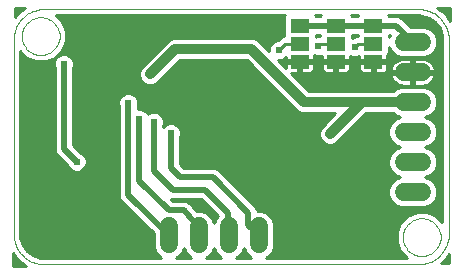
<source format=gbl>
G75*
%MOIN*%
%OFA0B0*%
%FSLAX24Y24*%
%IPPOS*%
%LPD*%
%AMOC8*
5,1,8,0,0,1.08239X$1,22.5*
%
%ADD10C,0.0000*%
%ADD11C,0.0600*%
%ADD12R,0.0630X0.0460*%
%ADD13C,0.0100*%
%ADD14C,0.0240*%
%ADD15C,0.0200*%
%ADD16C,0.0320*%
%ADD17C,0.0320*%
%ADD18C,0.0280*%
%ADD19C,0.0090*%
D10*
X004837Y005930D02*
X017337Y005930D01*
X016807Y006830D02*
X016809Y006880D01*
X016815Y006930D01*
X016825Y006979D01*
X016839Y007027D01*
X016856Y007074D01*
X016877Y007119D01*
X016902Y007163D01*
X016930Y007204D01*
X016962Y007243D01*
X016996Y007280D01*
X017033Y007314D01*
X017073Y007344D01*
X017115Y007371D01*
X017159Y007395D01*
X017205Y007416D01*
X017252Y007432D01*
X017300Y007445D01*
X017350Y007454D01*
X017399Y007459D01*
X017450Y007460D01*
X017500Y007457D01*
X017549Y007450D01*
X017598Y007439D01*
X017646Y007424D01*
X017692Y007406D01*
X017737Y007384D01*
X017780Y007358D01*
X017821Y007329D01*
X017860Y007297D01*
X017896Y007262D01*
X017928Y007224D01*
X017958Y007184D01*
X017985Y007141D01*
X018008Y007097D01*
X018027Y007051D01*
X018043Y007003D01*
X018055Y006954D01*
X018063Y006905D01*
X018067Y006855D01*
X018067Y006805D01*
X018063Y006755D01*
X018055Y006706D01*
X018043Y006657D01*
X018027Y006609D01*
X018008Y006563D01*
X017985Y006519D01*
X017958Y006476D01*
X017928Y006436D01*
X017896Y006398D01*
X017860Y006363D01*
X017821Y006331D01*
X017780Y006302D01*
X017737Y006276D01*
X017692Y006254D01*
X017646Y006236D01*
X017598Y006221D01*
X017549Y006210D01*
X017500Y006203D01*
X017450Y006200D01*
X017399Y006201D01*
X017350Y006206D01*
X017300Y006215D01*
X017252Y006228D01*
X017205Y006244D01*
X017159Y006265D01*
X017115Y006289D01*
X017073Y006316D01*
X017033Y006346D01*
X016996Y006380D01*
X016962Y006417D01*
X016930Y006456D01*
X016902Y006497D01*
X016877Y006541D01*
X016856Y006586D01*
X016839Y006633D01*
X016825Y006681D01*
X016815Y006730D01*
X016809Y006780D01*
X016807Y006830D01*
X017337Y005930D02*
X017397Y005932D01*
X017458Y005937D01*
X017517Y005946D01*
X017576Y005959D01*
X017635Y005975D01*
X017692Y005995D01*
X017747Y006018D01*
X017802Y006045D01*
X017854Y006074D01*
X017905Y006107D01*
X017954Y006143D01*
X018000Y006181D01*
X018044Y006223D01*
X018086Y006267D01*
X018124Y006313D01*
X018160Y006362D01*
X018193Y006413D01*
X018222Y006465D01*
X018249Y006520D01*
X018272Y006575D01*
X018292Y006632D01*
X018308Y006691D01*
X018321Y006750D01*
X018330Y006809D01*
X018335Y006870D01*
X018337Y006930D01*
X018337Y013430D01*
X018335Y013490D01*
X018330Y013551D01*
X018321Y013610D01*
X018308Y013669D01*
X018292Y013728D01*
X018272Y013785D01*
X018249Y013840D01*
X018222Y013895D01*
X018193Y013947D01*
X018160Y013998D01*
X018124Y014047D01*
X018086Y014093D01*
X018044Y014137D01*
X018000Y014179D01*
X017954Y014217D01*
X017905Y014253D01*
X017854Y014286D01*
X017802Y014315D01*
X017747Y014342D01*
X017692Y014365D01*
X017635Y014385D01*
X017576Y014401D01*
X017517Y014414D01*
X017458Y014423D01*
X017397Y014428D01*
X017337Y014430D01*
X004837Y014430D01*
X004107Y013530D02*
X004109Y013580D01*
X004115Y013630D01*
X004125Y013679D01*
X004139Y013727D01*
X004156Y013774D01*
X004177Y013819D01*
X004202Y013863D01*
X004230Y013904D01*
X004262Y013943D01*
X004296Y013980D01*
X004333Y014014D01*
X004373Y014044D01*
X004415Y014071D01*
X004459Y014095D01*
X004505Y014116D01*
X004552Y014132D01*
X004600Y014145D01*
X004650Y014154D01*
X004699Y014159D01*
X004750Y014160D01*
X004800Y014157D01*
X004849Y014150D01*
X004898Y014139D01*
X004946Y014124D01*
X004992Y014106D01*
X005037Y014084D01*
X005080Y014058D01*
X005121Y014029D01*
X005160Y013997D01*
X005196Y013962D01*
X005228Y013924D01*
X005258Y013884D01*
X005285Y013841D01*
X005308Y013797D01*
X005327Y013751D01*
X005343Y013703D01*
X005355Y013654D01*
X005363Y013605D01*
X005367Y013555D01*
X005367Y013505D01*
X005363Y013455D01*
X005355Y013406D01*
X005343Y013357D01*
X005327Y013309D01*
X005308Y013263D01*
X005285Y013219D01*
X005258Y013176D01*
X005228Y013136D01*
X005196Y013098D01*
X005160Y013063D01*
X005121Y013031D01*
X005080Y013002D01*
X005037Y012976D01*
X004992Y012954D01*
X004946Y012936D01*
X004898Y012921D01*
X004849Y012910D01*
X004800Y012903D01*
X004750Y012900D01*
X004699Y012901D01*
X004650Y012906D01*
X004600Y012915D01*
X004552Y012928D01*
X004505Y012944D01*
X004459Y012965D01*
X004415Y012989D01*
X004373Y013016D01*
X004333Y013046D01*
X004296Y013080D01*
X004262Y013117D01*
X004230Y013156D01*
X004202Y013197D01*
X004177Y013241D01*
X004156Y013286D01*
X004139Y013333D01*
X004125Y013381D01*
X004115Y013430D01*
X004109Y013480D01*
X004107Y013530D01*
X003837Y013430D02*
X003837Y006930D01*
X003839Y006870D01*
X003844Y006809D01*
X003853Y006750D01*
X003866Y006691D01*
X003882Y006632D01*
X003902Y006575D01*
X003925Y006520D01*
X003952Y006465D01*
X003981Y006413D01*
X004014Y006362D01*
X004050Y006313D01*
X004088Y006267D01*
X004130Y006223D01*
X004174Y006181D01*
X004220Y006143D01*
X004269Y006107D01*
X004320Y006074D01*
X004372Y006045D01*
X004427Y006018D01*
X004482Y005995D01*
X004539Y005975D01*
X004598Y005959D01*
X004657Y005946D01*
X004716Y005937D01*
X004777Y005932D01*
X004837Y005930D01*
X003837Y013430D02*
X003839Y013490D01*
X003844Y013551D01*
X003853Y013610D01*
X003866Y013669D01*
X003882Y013728D01*
X003902Y013785D01*
X003925Y013840D01*
X003952Y013895D01*
X003981Y013947D01*
X004014Y013998D01*
X004050Y014047D01*
X004088Y014093D01*
X004130Y014137D01*
X004174Y014179D01*
X004220Y014217D01*
X004269Y014253D01*
X004320Y014286D01*
X004372Y014315D01*
X004427Y014342D01*
X004482Y014365D01*
X004539Y014385D01*
X004598Y014401D01*
X004657Y014414D01*
X004716Y014423D01*
X004777Y014428D01*
X004837Y014430D01*
D11*
X009007Y007190D02*
X009007Y006590D01*
X010007Y006590D02*
X010007Y007190D01*
X011007Y007190D02*
X011007Y006590D01*
X012007Y006590D02*
X012007Y007190D01*
X016837Y008330D02*
X017437Y008330D01*
X017437Y009330D02*
X016837Y009330D01*
X016837Y010330D02*
X017437Y010330D01*
X017437Y011330D02*
X016837Y011330D01*
X016837Y012330D02*
X017437Y012330D01*
X017437Y013330D02*
X016837Y013330D01*
D12*
X015827Y013280D03*
X015827Y013880D03*
X014577Y013880D03*
X014577Y013280D03*
X014577Y012680D03*
X013377Y012680D03*
X013377Y013280D03*
X013377Y013880D03*
X015827Y012680D03*
D13*
X004233Y005873D02*
X003797Y005870D01*
X003801Y006297D01*
X003970Y006064D01*
X003970Y006064D01*
X004233Y005873D01*
X004189Y005905D02*
X003797Y005905D01*
X003798Y006003D02*
X004053Y006003D01*
X003970Y006064D02*
X003970Y006064D01*
X003943Y006102D02*
X003799Y006102D01*
X003800Y006200D02*
X003871Y006200D01*
X004187Y006496D02*
X008497Y006496D01*
X008497Y006489D02*
X008574Y006301D01*
X008718Y006158D01*
X008760Y006140D01*
X004837Y006140D01*
X004713Y006150D01*
X004478Y006226D01*
X004278Y006371D01*
X004133Y006571D01*
X004056Y006806D01*
X004047Y006930D01*
X004047Y013032D01*
X004261Y012818D01*
X004570Y012690D01*
X004904Y012690D01*
X005212Y012818D01*
X005449Y013054D01*
X005577Y013363D01*
X005577Y013697D01*
X005449Y014006D01*
X005234Y014220D01*
X012875Y014220D01*
X012852Y014197D01*
X012852Y013535D01*
X012836Y013535D01*
X012742Y013496D01*
X012636Y013390D01*
X012601Y013390D01*
X012480Y013340D01*
X012387Y013247D01*
X012337Y013126D01*
X012337Y013033D01*
X012070Y013300D01*
X011966Y013404D01*
X011830Y013460D01*
X009143Y013460D01*
X009007Y013404D01*
X008073Y012470D01*
X008017Y012334D01*
X008017Y012186D01*
X008073Y012050D01*
X008177Y011946D01*
X008313Y011890D01*
X008460Y011890D01*
X008596Y011946D01*
X009370Y012720D01*
X011603Y012720D01*
X013307Y011016D01*
X013443Y010960D01*
X014543Y010960D01*
X014167Y010584D01*
X014063Y010480D01*
X014007Y010344D01*
X014007Y010196D01*
X014063Y010060D01*
X014167Y009956D01*
X014303Y009900D01*
X014450Y009900D01*
X014586Y009956D01*
X014690Y010060D01*
X015590Y010960D01*
X016485Y010960D01*
X016548Y010898D01*
X016711Y010830D01*
X015460Y010830D01*
X015558Y010929D02*
X016517Y010929D01*
X016548Y010762D02*
X016404Y010619D01*
X016327Y010431D01*
X016327Y010229D01*
X016404Y010041D01*
X016548Y009898D01*
X016711Y009830D01*
X016548Y009762D01*
X016404Y009619D01*
X016327Y009431D01*
X016327Y009229D01*
X016404Y009041D01*
X016548Y008898D01*
X016711Y008830D01*
X016548Y008762D01*
X016404Y008619D01*
X016327Y008431D01*
X016327Y008229D01*
X016404Y008041D01*
X016548Y007898D01*
X016735Y007820D01*
X017538Y007820D01*
X017726Y007898D01*
X017869Y008041D01*
X017947Y008229D01*
X017947Y008431D01*
X017869Y008619D01*
X017726Y008762D01*
X017562Y008830D01*
X017726Y008898D01*
X017869Y009041D01*
X017947Y009229D01*
X017947Y009431D01*
X017869Y009619D01*
X017726Y009762D01*
X017562Y009830D01*
X017726Y009898D01*
X017869Y010041D01*
X017947Y010229D01*
X017947Y010431D01*
X017869Y010619D01*
X017726Y010762D01*
X017562Y010830D01*
X018127Y010830D01*
X018127Y010929D02*
X017756Y010929D01*
X017726Y010898D02*
X017869Y011041D01*
X017947Y011229D01*
X017947Y011431D01*
X017869Y011619D01*
X017726Y011762D01*
X017538Y011840D01*
X016735Y011840D01*
X016548Y011762D01*
X016485Y011700D01*
X013670Y011700D01*
X013070Y012300D01*
X013327Y012300D01*
X013327Y012630D01*
X013427Y012630D01*
X013427Y012730D01*
X013842Y012730D01*
X013842Y012893D01*
X013921Y012860D01*
X014052Y012860D01*
X014112Y012885D01*
X014112Y012730D01*
X014527Y012730D01*
X014527Y012630D01*
X014627Y012630D01*
X014627Y012730D01*
X015042Y012730D01*
X015042Y012867D01*
X015131Y012830D01*
X015262Y012830D01*
X015362Y012871D01*
X015362Y012730D01*
X015777Y012730D01*
X015777Y012630D01*
X015877Y012630D01*
X015877Y012730D01*
X016292Y012730D01*
X016292Y012903D01*
X016352Y012963D01*
X016352Y013168D01*
X016404Y013041D01*
X016548Y012898D01*
X016735Y012820D01*
X017538Y012820D01*
X017726Y012898D01*
X017869Y013041D01*
X017947Y013229D01*
X017947Y013431D01*
X017869Y013619D01*
X017726Y013762D01*
X017538Y013840D01*
X017065Y013840D01*
X016849Y014056D01*
X016762Y014143D01*
X016648Y014190D01*
X016352Y014190D01*
X016352Y014197D01*
X016329Y014220D01*
X017337Y014220D01*
X017460Y014210D01*
X017695Y014134D01*
X017895Y013989D01*
X018041Y013789D01*
X018117Y013554D01*
X018127Y013430D01*
X018127Y007328D01*
X017912Y007542D01*
X017604Y007670D01*
X017270Y007670D01*
X016961Y007542D01*
X016725Y007306D01*
X016597Y006997D01*
X016597Y006663D01*
X016725Y006354D01*
X016939Y006140D01*
X012253Y006140D01*
X012296Y006158D01*
X012439Y006301D01*
X012517Y006489D01*
X012517Y007291D01*
X012439Y007479D01*
X012296Y007622D01*
X012108Y007700D01*
X011967Y007700D01*
X011967Y007702D01*
X011919Y007816D01*
X011832Y007903D01*
X010642Y009093D01*
X010528Y009140D01*
X009505Y009140D01*
X009377Y009268D01*
X009377Y010186D01*
X009397Y010234D01*
X009397Y010366D01*
X009346Y010487D01*
X009254Y010580D01*
X009132Y010630D01*
X009001Y010630D01*
X008880Y010580D01*
X008817Y010517D01*
X008817Y010566D01*
X008837Y010614D01*
X008837Y010746D01*
X008786Y010867D01*
X008694Y010960D01*
X008572Y011010D01*
X008441Y011010D01*
X008320Y010960D01*
X008309Y010950D01*
X008306Y010957D01*
X008214Y011050D01*
X008092Y011100D01*
X007967Y011100D01*
X007967Y011186D01*
X007987Y011234D01*
X007987Y011366D01*
X007936Y011487D01*
X007844Y011580D01*
X007722Y011630D01*
X007591Y011630D01*
X007470Y011580D01*
X007377Y011487D01*
X007327Y011366D01*
X007327Y011234D01*
X007347Y011186D01*
X007347Y008178D01*
X007394Y008064D01*
X008497Y006962D01*
X008497Y006489D01*
X008534Y006397D02*
X004259Y006397D01*
X004378Y006299D02*
X008576Y006299D01*
X008675Y006200D02*
X004557Y006200D01*
X004125Y006594D02*
X008497Y006594D01*
X008497Y006693D02*
X004093Y006693D01*
X004061Y006791D02*
X008497Y006791D01*
X008497Y006890D02*
X004050Y006890D01*
X004047Y006988D02*
X008470Y006988D01*
X008371Y007087D02*
X004047Y007087D01*
X004047Y007185D02*
X008273Y007185D01*
X008174Y007284D02*
X004047Y007284D01*
X004047Y007382D02*
X008076Y007382D01*
X007977Y007481D02*
X004047Y007481D01*
X004047Y007579D02*
X007879Y007579D01*
X007780Y007678D02*
X004047Y007678D01*
X004047Y007776D02*
X007682Y007776D01*
X007583Y007875D02*
X004047Y007875D01*
X004047Y007973D02*
X007485Y007973D01*
X007391Y008072D02*
X004047Y008072D01*
X004047Y008170D02*
X007350Y008170D01*
X007347Y008269D02*
X004047Y008269D01*
X004047Y008367D02*
X007347Y008367D01*
X007347Y008466D02*
X004047Y008466D01*
X004047Y008564D02*
X007347Y008564D01*
X007347Y008663D02*
X004047Y008663D01*
X004047Y008761D02*
X007347Y008761D01*
X007347Y008860D02*
X004047Y008860D01*
X004047Y008958D02*
X007347Y008958D01*
X007347Y009057D02*
X006116Y009057D01*
X006124Y009060D02*
X006216Y009153D01*
X006267Y009274D01*
X006267Y009406D01*
X006216Y009527D01*
X006124Y009620D01*
X006075Y009640D01*
X005817Y009898D01*
X005817Y012486D01*
X005837Y012534D01*
X005837Y012666D01*
X005786Y012787D01*
X005694Y012880D01*
X005572Y012930D01*
X005441Y012930D01*
X005320Y012880D01*
X005227Y012787D01*
X005177Y012666D01*
X005177Y012534D01*
X005197Y012486D01*
X005197Y009708D01*
X005244Y009594D01*
X005331Y009507D01*
X005637Y009201D01*
X005657Y009153D01*
X005750Y009060D01*
X005871Y009010D01*
X006002Y009010D01*
X006124Y009060D01*
X006217Y009155D02*
X007347Y009155D01*
X007347Y009254D02*
X006258Y009254D01*
X006267Y009352D02*
X007347Y009352D01*
X007347Y009451D02*
X006248Y009451D01*
X006194Y009549D02*
X007347Y009549D01*
X007347Y009648D02*
X006067Y009648D01*
X005969Y009746D02*
X007347Y009746D01*
X007347Y009845D02*
X005870Y009845D01*
X005817Y009943D02*
X007347Y009943D01*
X007347Y010042D02*
X005817Y010042D01*
X005817Y010140D02*
X007347Y010140D01*
X007347Y010239D02*
X005817Y010239D01*
X005817Y010337D02*
X007347Y010337D01*
X007347Y010436D02*
X005817Y010436D01*
X005817Y010534D02*
X007347Y010534D01*
X007347Y010633D02*
X005817Y010633D01*
X005817Y010731D02*
X007347Y010731D01*
X007347Y010830D02*
X005817Y010830D01*
X005817Y010929D02*
X007347Y010929D01*
X007347Y011027D02*
X005817Y011027D01*
X005817Y011126D02*
X007347Y011126D01*
X007331Y011224D02*
X005817Y011224D01*
X005817Y011323D02*
X007327Y011323D01*
X007350Y011421D02*
X005817Y011421D01*
X005817Y011520D02*
X007409Y011520D01*
X007562Y011618D02*
X005817Y011618D01*
X005817Y011717D02*
X012607Y011717D01*
X012508Y011815D02*
X005817Y011815D01*
X005817Y011914D02*
X008256Y011914D01*
X008111Y012012D02*
X005817Y012012D01*
X005817Y012111D02*
X008048Y012111D01*
X008017Y012209D02*
X005817Y012209D01*
X005817Y012308D02*
X008017Y012308D01*
X008047Y012406D02*
X005817Y012406D01*
X005824Y012505D02*
X008108Y012505D01*
X008206Y012603D02*
X005837Y012603D01*
X005822Y012702D02*
X008305Y012702D01*
X008403Y012800D02*
X005773Y012800D01*
X005648Y012899D02*
X008502Y012899D01*
X008600Y012997D02*
X005391Y012997D01*
X005365Y012899D02*
X005293Y012899D01*
X005240Y012800D02*
X005169Y012800D01*
X005191Y012702D02*
X004931Y012702D01*
X005177Y012603D02*
X004047Y012603D01*
X004047Y012505D02*
X005189Y012505D01*
X005197Y012406D02*
X004047Y012406D01*
X004047Y012308D02*
X005197Y012308D01*
X005197Y012209D02*
X004047Y012209D01*
X004047Y012111D02*
X005197Y012111D01*
X005197Y012012D02*
X004047Y012012D01*
X004047Y011914D02*
X005197Y011914D01*
X005197Y011815D02*
X004047Y011815D01*
X004047Y011717D02*
X005197Y011717D01*
X005197Y011618D02*
X004047Y011618D01*
X004047Y011520D02*
X005197Y011520D01*
X005197Y011421D02*
X004047Y011421D01*
X004047Y011323D02*
X005197Y011323D01*
X005197Y011224D02*
X004047Y011224D01*
X004047Y011126D02*
X005197Y011126D01*
X005197Y011027D02*
X004047Y011027D01*
X004047Y010929D02*
X005197Y010929D01*
X005197Y010830D02*
X004047Y010830D01*
X004047Y010731D02*
X005197Y010731D01*
X005197Y010633D02*
X004047Y010633D01*
X004047Y010534D02*
X005197Y010534D01*
X005197Y010436D02*
X004047Y010436D01*
X004047Y010337D02*
X005197Y010337D01*
X005197Y010239D02*
X004047Y010239D01*
X004047Y010140D02*
X005197Y010140D01*
X005197Y010042D02*
X004047Y010042D01*
X004047Y009943D02*
X005197Y009943D01*
X005197Y009845D02*
X004047Y009845D01*
X004047Y009746D02*
X005197Y009746D01*
X005222Y009648D02*
X004047Y009648D01*
X004047Y009549D02*
X005289Y009549D01*
X005331Y009507D02*
X005331Y009507D01*
X005387Y009451D02*
X004047Y009451D01*
X004047Y009352D02*
X005486Y009352D01*
X005584Y009254D02*
X004047Y009254D01*
X004047Y009155D02*
X005656Y009155D01*
X005758Y009057D02*
X004047Y009057D01*
X007751Y011618D02*
X012705Y011618D01*
X012804Y011520D02*
X007904Y011520D01*
X007964Y011421D02*
X012902Y011421D01*
X013001Y011323D02*
X007987Y011323D01*
X007982Y011224D02*
X013099Y011224D01*
X013198Y011126D02*
X007967Y011126D01*
X008236Y011027D02*
X013296Y011027D01*
X013653Y011717D02*
X016502Y011717D01*
X016675Y011815D02*
X013555Y011815D01*
X013456Y011914D02*
X016663Y011914D01*
X016664Y011913D02*
X016731Y011891D01*
X016801Y011880D01*
X017087Y011880D01*
X017087Y012280D01*
X017187Y012280D01*
X017187Y012380D01*
X017884Y012380D01*
X017876Y012435D01*
X017854Y012503D01*
X017822Y012566D01*
X017780Y012623D01*
X017730Y012673D01*
X017672Y012715D01*
X017609Y012747D01*
X017542Y012769D01*
X017472Y012780D01*
X017187Y012780D01*
X017187Y012380D01*
X017087Y012380D01*
X017087Y012780D01*
X016801Y012780D01*
X016731Y012769D01*
X016664Y012747D01*
X016601Y012715D01*
X016543Y012673D01*
X016493Y012623D01*
X016452Y012566D01*
X016420Y012503D01*
X016398Y012435D01*
X016389Y012380D01*
X017087Y012380D01*
X017087Y012280D01*
X016389Y012280D01*
X016398Y012225D01*
X016420Y012157D01*
X016452Y012094D01*
X016493Y012037D01*
X016543Y011987D01*
X016601Y011945D01*
X016664Y011913D01*
X016518Y012012D02*
X013358Y012012D01*
X013259Y012111D02*
X016443Y012111D01*
X016403Y012209D02*
X013161Y012209D01*
X013327Y012308D02*
X013427Y012308D01*
X013427Y012300D02*
X013711Y012300D01*
X013750Y012310D01*
X013784Y012330D01*
X013812Y012358D01*
X013831Y012392D01*
X013842Y012430D01*
X013842Y012630D01*
X013427Y012630D01*
X013427Y012300D01*
X013427Y012406D02*
X013327Y012406D01*
X013327Y012505D02*
X013427Y012505D01*
X013427Y012603D02*
X013327Y012603D01*
X013327Y012630D02*
X012912Y012630D01*
X012912Y012458D01*
X012640Y012730D01*
X012732Y012730D01*
X012854Y012780D01*
X012912Y012838D01*
X012912Y012730D01*
X013327Y012730D01*
X013327Y012630D01*
X013327Y012702D02*
X012668Y012702D01*
X012767Y012603D02*
X012912Y012603D01*
X012912Y012505D02*
X012865Y012505D01*
X012873Y012800D02*
X012912Y012800D01*
X012337Y013096D02*
X012274Y013096D01*
X012365Y013194D02*
X012176Y013194D01*
X012077Y013293D02*
X012432Y013293D01*
X012637Y013391D02*
X011979Y013391D01*
X012736Y013490D02*
X005577Y013490D01*
X005577Y013588D02*
X012852Y013588D01*
X012852Y013687D02*
X005577Y013687D01*
X005540Y013785D02*
X012852Y013785D01*
X012852Y013884D02*
X005499Y013884D01*
X005459Y013982D02*
X012852Y013982D01*
X012852Y014081D02*
X005374Y014081D01*
X005275Y014179D02*
X012852Y014179D01*
X013879Y014220D02*
X014075Y014220D01*
X014052Y014197D01*
X014052Y014190D01*
X013902Y014190D01*
X013902Y014197D01*
X013879Y014220D01*
X013902Y013570D02*
X014052Y013570D01*
X014052Y013540D01*
X014025Y013540D01*
X013977Y013520D01*
X013921Y013520D01*
X013902Y013512D01*
X013902Y013563D01*
X013902Y013570D01*
X014077Y013280D02*
X013987Y013190D01*
X014077Y013280D02*
X014577Y013280D01*
X015102Y013478D02*
X015102Y013563D01*
X015102Y013570D01*
X015302Y013570D01*
X015302Y013540D01*
X015265Y013540D01*
X015169Y013500D01*
X015159Y013490D01*
X015131Y013490D01*
X015102Y013478D01*
X015102Y013490D02*
X015130Y013490D01*
X015317Y013280D02*
X015197Y013160D01*
X015317Y013280D02*
X015827Y013280D01*
X016352Y013096D02*
X016382Y013096D01*
X016352Y012997D02*
X016448Y012997D01*
X016547Y012899D02*
X016292Y012899D01*
X016292Y012800D02*
X018127Y012800D01*
X018127Y012702D02*
X017691Y012702D01*
X017795Y012603D02*
X018127Y012603D01*
X018127Y012505D02*
X017853Y012505D01*
X017880Y012406D02*
X018127Y012406D01*
X018127Y012308D02*
X017187Y012308D01*
X017187Y012280D02*
X017884Y012280D01*
X017876Y012225D01*
X017854Y012157D01*
X017822Y012094D01*
X017780Y012037D01*
X017730Y011987D01*
X017672Y011945D01*
X017609Y011913D01*
X017542Y011891D01*
X017472Y011880D01*
X017187Y011880D01*
X017187Y012280D01*
X017187Y012209D02*
X017087Y012209D01*
X017087Y012111D02*
X017187Y012111D01*
X017187Y012012D02*
X017087Y012012D01*
X017087Y011914D02*
X017187Y011914D01*
X017598Y011815D02*
X018127Y011815D01*
X018127Y011717D02*
X017771Y011717D01*
X017869Y011618D02*
X018127Y011618D01*
X018127Y011520D02*
X017910Y011520D01*
X017947Y011421D02*
X018127Y011421D01*
X018127Y011323D02*
X017947Y011323D01*
X017945Y011224D02*
X018127Y011224D01*
X018127Y011126D02*
X017904Y011126D01*
X017855Y011027D02*
X018127Y011027D01*
X018127Y010731D02*
X017756Y010731D01*
X017855Y010633D02*
X018127Y010633D01*
X018127Y010534D02*
X017904Y010534D01*
X017945Y010436D02*
X018127Y010436D01*
X018127Y010337D02*
X017947Y010337D01*
X017947Y010239D02*
X018127Y010239D01*
X018127Y010140D02*
X017910Y010140D01*
X017869Y010042D02*
X018127Y010042D01*
X018127Y009943D02*
X017771Y009943D01*
X017598Y009845D02*
X018127Y009845D01*
X018127Y009746D02*
X017741Y009746D01*
X017840Y009648D02*
X018127Y009648D01*
X018127Y009549D02*
X017898Y009549D01*
X017939Y009451D02*
X018127Y009451D01*
X018127Y009352D02*
X017947Y009352D01*
X017947Y009254D02*
X018127Y009254D01*
X018127Y009155D02*
X017916Y009155D01*
X017876Y009057D02*
X018127Y009057D01*
X018127Y008958D02*
X017786Y008958D01*
X017635Y008860D02*
X018127Y008860D01*
X018127Y008761D02*
X017726Y008761D01*
X017825Y008663D02*
X018127Y008663D01*
X018127Y008564D02*
X017892Y008564D01*
X017932Y008466D02*
X018127Y008466D01*
X018127Y008367D02*
X017947Y008367D01*
X017947Y008269D02*
X018127Y008269D01*
X018127Y008170D02*
X017923Y008170D01*
X017882Y008072D02*
X018127Y008072D01*
X018127Y007973D02*
X017801Y007973D01*
X017671Y007875D02*
X018127Y007875D01*
X018127Y007776D02*
X011936Y007776D01*
X011860Y007875D02*
X016602Y007875D01*
X016472Y007973D02*
X011762Y007973D01*
X011663Y008072D02*
X016391Y008072D01*
X016351Y008170D02*
X011565Y008170D01*
X011466Y008269D02*
X016327Y008269D01*
X016327Y008367D02*
X011368Y008367D01*
X011269Y008466D02*
X016341Y008466D01*
X016382Y008564D02*
X011171Y008564D01*
X011072Y008663D02*
X016448Y008663D01*
X016547Y008761D02*
X010974Y008761D01*
X010875Y008860D02*
X016639Y008860D01*
X016487Y008958D02*
X010777Y008958D01*
X010678Y009057D02*
X016398Y009057D01*
X016357Y009155D02*
X009490Y009155D01*
X009391Y009254D02*
X016327Y009254D01*
X016327Y009352D02*
X009377Y009352D01*
X009377Y009451D02*
X016335Y009451D01*
X016376Y009549D02*
X009377Y009549D01*
X009377Y009648D02*
X016433Y009648D01*
X016532Y009746D02*
X009377Y009746D01*
X009377Y009845D02*
X016675Y009845D01*
X016502Y009943D02*
X014555Y009943D01*
X014672Y010042D02*
X016404Y010042D01*
X016363Y010140D02*
X014770Y010140D01*
X014869Y010239D02*
X016327Y010239D01*
X016327Y010337D02*
X014967Y010337D01*
X015066Y010436D02*
X016329Y010436D01*
X016369Y010534D02*
X015164Y010534D01*
X015263Y010633D02*
X016418Y010633D01*
X016517Y010731D02*
X015361Y010731D01*
X014512Y010929D02*
X008725Y010929D01*
X008802Y010830D02*
X014413Y010830D01*
X014315Y010731D02*
X008837Y010731D01*
X008837Y010633D02*
X014216Y010633D01*
X014118Y010534D02*
X009299Y010534D01*
X009367Y010436D02*
X014045Y010436D01*
X014007Y010337D02*
X009397Y010337D01*
X009397Y010239D02*
X014007Y010239D01*
X014030Y010140D02*
X009377Y010140D01*
X009377Y010042D02*
X014081Y010042D01*
X014198Y009943D02*
X009377Y009943D01*
X008834Y010534D02*
X008817Y010534D01*
X008517Y011914D02*
X012410Y011914D01*
X012311Y012012D02*
X008662Y012012D01*
X008760Y012111D02*
X012213Y012111D01*
X012114Y012209D02*
X008859Y012209D01*
X008957Y012308D02*
X012016Y012308D01*
X011917Y012406D02*
X009056Y012406D01*
X009154Y012505D02*
X011819Y012505D01*
X011720Y012603D02*
X009253Y012603D01*
X009351Y012702D02*
X011622Y012702D01*
X013427Y012702D02*
X014527Y012702D01*
X014527Y012630D02*
X014112Y012630D01*
X014112Y012430D01*
X014122Y012392D01*
X014142Y012358D01*
X014170Y012330D01*
X014204Y012310D01*
X014242Y012300D01*
X014527Y012300D01*
X014527Y012630D01*
X014527Y012603D02*
X014627Y012603D01*
X014627Y012630D02*
X014627Y012300D01*
X014911Y012300D01*
X014950Y012310D01*
X014984Y012330D01*
X015012Y012358D01*
X015031Y012392D01*
X015042Y012430D01*
X015042Y012630D01*
X014627Y012630D01*
X014627Y012702D02*
X015777Y012702D01*
X015777Y012630D02*
X015362Y012630D01*
X015362Y012430D01*
X015372Y012392D01*
X015392Y012358D01*
X015420Y012330D01*
X015454Y012310D01*
X015492Y012300D01*
X015777Y012300D01*
X015777Y012630D01*
X015777Y012603D02*
X015877Y012603D01*
X015877Y012630D02*
X015877Y012300D01*
X016161Y012300D01*
X016200Y012310D01*
X016234Y012330D01*
X016262Y012358D01*
X016281Y012392D01*
X016292Y012430D01*
X016292Y012630D01*
X015877Y012630D01*
X015877Y012702D02*
X016582Y012702D01*
X016479Y012603D02*
X016292Y012603D01*
X016292Y012505D02*
X016421Y012505D01*
X016393Y012406D02*
X016285Y012406D01*
X016189Y012308D02*
X017087Y012308D01*
X017087Y012406D02*
X017187Y012406D01*
X017187Y012505D02*
X017087Y012505D01*
X017087Y012603D02*
X017187Y012603D01*
X017187Y012702D02*
X017087Y012702D01*
X017726Y012899D02*
X018127Y012899D01*
X018127Y012997D02*
X017825Y012997D01*
X017892Y013096D02*
X018127Y013096D01*
X018127Y013194D02*
X017932Y013194D01*
X017947Y013293D02*
X018127Y013293D01*
X018127Y013391D02*
X017947Y013391D01*
X017923Y013490D02*
X018122Y013490D01*
X018106Y013588D02*
X017882Y013588D01*
X017801Y013687D02*
X018074Y013687D01*
X018042Y013785D02*
X017671Y013785D01*
X017900Y013982D02*
X016923Y013982D01*
X016825Y014081D02*
X017769Y014081D01*
X017556Y014179D02*
X016675Y014179D01*
X017022Y013884D02*
X017972Y013884D01*
X018288Y014179D02*
X018386Y014179D01*
X018385Y014081D02*
X018360Y014081D01*
X018385Y014045D02*
X018203Y014296D01*
X018203Y014296D01*
X017950Y014480D01*
X018387Y014480D01*
X018385Y014045D01*
X018386Y014278D02*
X018217Y014278D01*
X018093Y014376D02*
X018386Y014376D01*
X018387Y014475D02*
X017958Y014475D01*
X016384Y013570D02*
X016352Y013492D01*
X016352Y013570D01*
X016384Y013570D01*
X015877Y012505D02*
X015777Y012505D01*
X015777Y012406D02*
X015877Y012406D01*
X015877Y012308D02*
X015777Y012308D01*
X015464Y012308D02*
X014939Y012308D01*
X015035Y012406D02*
X015368Y012406D01*
X015362Y012505D02*
X015042Y012505D01*
X015042Y012603D02*
X015362Y012603D01*
X015362Y012800D02*
X015042Y012800D01*
X014627Y012505D02*
X014527Y012505D01*
X014527Y012406D02*
X014627Y012406D01*
X014627Y012308D02*
X014527Y012308D01*
X014214Y012308D02*
X013739Y012308D01*
X013835Y012406D02*
X014118Y012406D01*
X014112Y012505D02*
X013842Y012505D01*
X013842Y012603D02*
X014112Y012603D01*
X014112Y012800D02*
X013842Y012800D01*
X015102Y014190D02*
X015102Y014197D01*
X015079Y014220D01*
X015325Y014220D01*
X015302Y014197D01*
X015302Y014190D01*
X015102Y014190D01*
X017610Y011914D02*
X018127Y011914D01*
X018127Y012012D02*
X017755Y012012D01*
X017830Y012111D02*
X018127Y012111D01*
X018127Y012209D02*
X017870Y012209D01*
X017726Y010898D02*
X017562Y010830D01*
X016711Y010830D02*
X016548Y010762D01*
X017051Y007579D02*
X012338Y007579D01*
X012437Y007481D02*
X016900Y007481D01*
X016801Y007382D02*
X012479Y007382D01*
X012517Y007284D02*
X016716Y007284D01*
X016675Y007185D02*
X012517Y007185D01*
X012517Y007087D02*
X016634Y007087D01*
X016597Y006988D02*
X012517Y006988D01*
X012517Y006890D02*
X016597Y006890D01*
X016597Y006791D02*
X012517Y006791D01*
X012517Y006693D02*
X016597Y006693D01*
X016625Y006594D02*
X012517Y006594D01*
X012517Y006496D02*
X016666Y006496D01*
X016707Y006397D02*
X012479Y006397D01*
X012437Y006299D02*
X016780Y006299D01*
X016878Y006200D02*
X012338Y006200D01*
X011760Y006140D02*
X011253Y006140D01*
X011296Y006158D01*
X011439Y006301D01*
X011507Y006464D01*
X011574Y006301D01*
X011718Y006158D01*
X011760Y006140D01*
X011675Y006200D02*
X011338Y006200D01*
X011437Y006299D02*
X011576Y006299D01*
X011534Y006397D02*
X011479Y006397D01*
X010760Y006140D02*
X010253Y006140D01*
X010296Y006158D01*
X010439Y006301D01*
X010507Y006464D01*
X010574Y006301D01*
X010718Y006158D01*
X010760Y006140D01*
X010675Y006200D02*
X010338Y006200D01*
X010437Y006299D02*
X010576Y006299D01*
X010534Y006397D02*
X010479Y006397D01*
X009760Y006140D02*
X009253Y006140D01*
X009296Y006158D01*
X009439Y006301D01*
X009507Y006464D01*
X009574Y006301D01*
X009718Y006158D01*
X009760Y006140D01*
X009675Y006200D02*
X009338Y006200D01*
X009437Y006299D02*
X009576Y006299D01*
X009534Y006397D02*
X009479Y006397D01*
X010507Y007316D02*
X010439Y007479D01*
X010296Y007622D01*
X010108Y007700D01*
X009939Y007700D01*
X009785Y007883D01*
X009779Y007896D01*
X009745Y007930D01*
X009714Y007967D01*
X009702Y007973D01*
X009692Y007983D01*
X009647Y008001D01*
X009604Y008024D01*
X009591Y008025D01*
X009578Y008030D01*
X009530Y008030D01*
X009481Y008034D01*
X009468Y008030D01*
X009135Y008030D01*
X009068Y008097D01*
X009085Y008090D01*
X010078Y008090D01*
X010632Y007536D01*
X010574Y007479D01*
X010507Y007316D01*
X010479Y007382D02*
X010534Y007382D01*
X010576Y007481D02*
X010437Y007481D01*
X010338Y007579D02*
X010589Y007579D01*
X010490Y007678D02*
X010161Y007678D01*
X010293Y007875D02*
X009792Y007875D01*
X009875Y007776D02*
X010392Y007776D01*
X010195Y007973D02*
X009702Y007973D01*
X010096Y008072D02*
X009093Y008072D01*
X012161Y007678D02*
X018127Y007678D01*
X018127Y007579D02*
X017822Y007579D01*
X017973Y007481D02*
X018127Y007481D01*
X018127Y007382D02*
X018072Y007382D01*
X018358Y006277D02*
X018357Y005970D01*
X018071Y005968D01*
X018203Y006064D01*
X018358Y006277D01*
X018357Y006200D02*
X018302Y006200D01*
X018357Y006102D02*
X018231Y006102D01*
X018203Y006064D02*
X018203Y006064D01*
X018203Y006064D01*
X018120Y006003D02*
X018357Y006003D01*
X008994Y013391D02*
X005577Y013391D01*
X005547Y013293D02*
X008896Y013293D01*
X008797Y013194D02*
X005507Y013194D01*
X005466Y013096D02*
X008699Y013096D01*
X004542Y012702D02*
X004047Y012702D01*
X004047Y012800D02*
X004304Y012800D01*
X004180Y012899D02*
X004047Y012899D01*
X004047Y012997D02*
X004082Y012997D01*
X003874Y014163D02*
X003877Y014470D01*
X004210Y014470D01*
X003970Y014296D01*
X003874Y014163D01*
X003874Y014179D02*
X003885Y014179D01*
X003875Y014278D02*
X003957Y014278D01*
X003970Y014296D02*
X003970Y014296D01*
X003970Y014296D01*
X003876Y014376D02*
X004080Y014376D01*
D14*
X005647Y014000D03*
X005507Y012600D03*
X004877Y011900D03*
X004317Y011270D03*
X004267Y010120D03*
X004367Y008940D03*
X005937Y009340D03*
X008027Y010770D03*
X008507Y010680D03*
X009067Y010300D03*
X007657Y011300D03*
X008197Y013170D03*
X010317Y013960D03*
X011027Y013840D03*
X011657Y013990D03*
X012227Y013590D03*
X012667Y013060D03*
X013987Y013190D03*
X014167Y012000D03*
X015197Y013160D03*
X015757Y011970D03*
X013687Y010170D03*
X012687Y010170D03*
X011307Y010250D03*
X011297Y010630D03*
X011327Y011030D03*
X011327Y011430D03*
X011327Y011820D03*
X010867Y011820D03*
X010877Y011430D03*
X010887Y011030D03*
X010877Y010640D03*
X010867Y010240D03*
X010457Y010230D03*
X010457Y010650D03*
X010447Y011040D03*
X010447Y011430D03*
X010447Y011820D03*
X011467Y008840D03*
X012117Y008030D03*
X013457Y007440D03*
X013477Y008590D03*
X015407Y008620D03*
X015417Y007510D03*
X016217Y006840D03*
X016467Y007590D03*
X008107Y006500D03*
X006237Y006480D03*
X005537Y006470D03*
X004787Y006490D03*
X004367Y007190D03*
D15*
X005937Y009340D02*
X005507Y009770D01*
X005507Y012600D01*
X007657Y011300D02*
X007657Y008240D01*
X009007Y006890D01*
X009007Y007720D02*
X008027Y008700D01*
X008027Y010770D01*
X008507Y010680D02*
X008507Y009040D01*
X009147Y008400D01*
X010207Y008400D01*
X010987Y007620D01*
X010987Y006910D01*
X011007Y006890D01*
X011657Y007240D02*
X012007Y006890D01*
X011657Y007240D02*
X011657Y007640D01*
X010467Y008830D01*
X009377Y008830D01*
X009067Y009140D01*
X009067Y010300D01*
X009007Y007720D02*
X009517Y007720D01*
X010007Y007140D01*
X010007Y006890D01*
X016587Y013880D02*
X017137Y013330D01*
X016587Y013880D02*
X015827Y013880D01*
X014577Y013880D01*
X013377Y013880D01*
D16*
X011757Y013090D02*
X009217Y013090D01*
X008387Y012260D01*
X011757Y013090D02*
X013517Y011330D01*
X015437Y011330D01*
X014377Y010270D01*
X015437Y011330D02*
X017137Y011330D01*
D17*
X014377Y010270D03*
D18*
X008387Y012260D03*
D19*
X012667Y013060D02*
X012887Y013280D01*
X013377Y013280D01*
M02*

</source>
